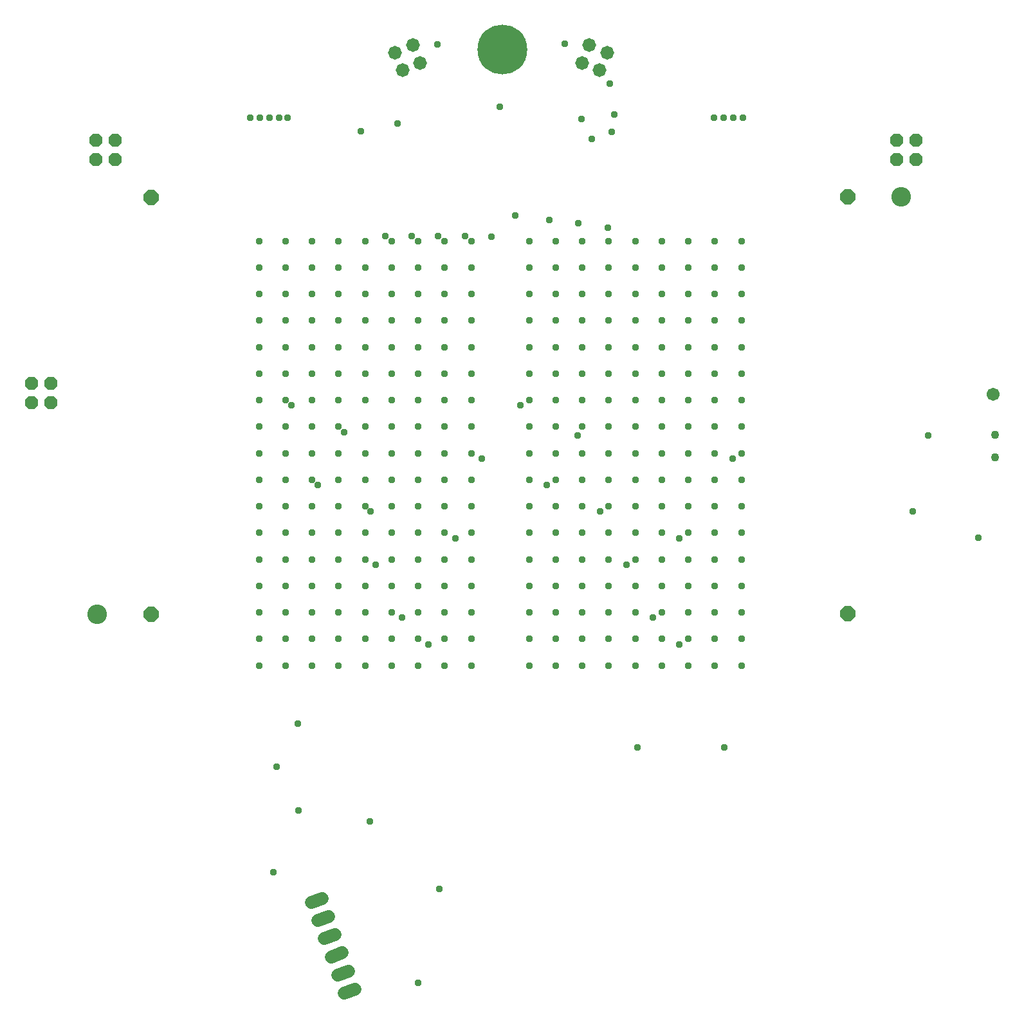
<source format=gbs>
G04 EAGLE Gerber X2 export*
G75*
%MOMM*%
%FSLAX34Y34*%
%LPD*%
%AMOC8*
5,1,8,0,0,1.08239X$1,22.5*%
G01*
%ADD10C,6.553200*%
%ADD11P,2.152008X8X292.500000*%
%ADD12C,2.583200*%
%ADD13P,2.152008X8X112.500000*%
%ADD14C,1.103200*%
%ADD15C,1.727200*%
%ADD16P,1.852186X8X22.500000*%
%ADD17P,1.852186X8X44.500000*%
%ADD18P,1.852186X8X360.500000*%
%ADD19C,0.959600*%
%ADD20C,1.703200*%


D10*
X750495Y1470167D03*
D11*
X1204480Y727860D03*
X1204480Y1276460D03*
D12*
X1275380Y1276460D03*
D13*
X287580Y1275260D03*
X287580Y726660D03*
D12*
X216680Y726660D03*
D14*
X1398730Y932860D03*
X1398730Y962860D03*
D15*
X512892Y352637D02*
X498571Y347424D01*
X507259Y323556D02*
X521579Y328768D01*
X530267Y304900D02*
X515946Y299688D01*
X524633Y275820D02*
X538954Y281032D01*
X547641Y257164D02*
X533321Y251952D01*
X542008Y228083D02*
X556329Y233296D01*
D16*
X240430Y1350810D03*
X215030Y1350810D03*
X215030Y1325410D03*
X240430Y1325410D03*
D17*
X632580Y1475638D03*
X609030Y1466123D03*
X618545Y1442572D03*
X642095Y1452088D03*
D18*
X887830Y1466123D03*
X864280Y1475638D03*
X854765Y1452088D03*
X878315Y1442572D03*
D16*
X1294530Y1350810D03*
X1269130Y1350810D03*
X1269130Y1325410D03*
X1294530Y1325410D03*
X155640Y1030580D03*
X130240Y1030580D03*
X130240Y1005180D03*
X155640Y1005180D03*
D19*
X472205Y1001560D03*
X773830Y1001560D03*
X1029100Y1380020D03*
X767480Y1251750D03*
X507130Y896785D03*
X808755Y896785D03*
X1041800Y1380020D03*
X811930Y1245682D03*
X542055Y966635D03*
X849395Y962190D03*
X1054500Y1380020D03*
X850030Y1241872D03*
X576980Y861860D03*
X878605Y861860D03*
X1067200Y1380020D03*
X889400Y1235804D03*
X583330Y792010D03*
X913530Y792010D03*
X418230Y1380020D03*
X595955Y1224636D03*
X948455Y722160D03*
X618255Y722160D03*
X430930Y1380020D03*
X630880Y1224636D03*
X653180Y687235D03*
X983380Y687235D03*
X443630Y1380020D03*
X665805Y1224636D03*
X983380Y826935D03*
X688105Y826935D03*
X456330Y1380020D03*
X700730Y1224636D03*
X1053230Y931710D03*
X723030Y931710D03*
X467760Y1380020D03*
X735655Y1223810D03*
X429780Y1218060D03*
X709180Y1218060D03*
X674255Y1218060D03*
X639330Y1218060D03*
X604405Y1218060D03*
X569480Y1218060D03*
X534555Y1218060D03*
X499630Y1218060D03*
X464705Y1218060D03*
X429780Y1183135D03*
X709180Y1183135D03*
X674255Y1183135D03*
X639330Y1183135D03*
X604405Y1183135D03*
X569480Y1183135D03*
X534555Y1183135D03*
X499630Y1183135D03*
X464705Y1183135D03*
X429780Y1148210D03*
X709180Y1148210D03*
X674255Y1148210D03*
X639330Y1148210D03*
X604405Y1148210D03*
X569480Y1148210D03*
X534555Y1148210D03*
X499630Y1148210D03*
X464705Y1148210D03*
X429780Y1113285D03*
X709180Y1113285D03*
X674255Y1113285D03*
X639330Y1113285D03*
X604405Y1113285D03*
X569480Y1113285D03*
X534555Y1113285D03*
X499630Y1113285D03*
X464705Y1113285D03*
X429780Y1078360D03*
X709180Y1078360D03*
X674255Y1078360D03*
X639330Y1078360D03*
X604405Y1078360D03*
X569480Y1078360D03*
X534555Y1078360D03*
X499630Y1078360D03*
X464705Y1078360D03*
X429780Y1043435D03*
X709180Y1043435D03*
X674255Y1043435D03*
X639330Y1043435D03*
X604405Y1043435D03*
X569480Y1043435D03*
X534555Y1043435D03*
X499630Y1043435D03*
X464705Y1043435D03*
X429780Y1008510D03*
X674255Y1008510D03*
X639330Y1008510D03*
X604405Y1008510D03*
X569480Y1008510D03*
X534555Y1008510D03*
X499630Y1008510D03*
X464705Y1008510D03*
X709180Y1008510D03*
X429780Y973585D03*
X709180Y973585D03*
X674255Y973585D03*
X639330Y973585D03*
X604405Y973585D03*
X569480Y973585D03*
X534555Y973585D03*
X499630Y973585D03*
X464705Y973585D03*
X429780Y938660D03*
X709180Y938660D03*
X674255Y938660D03*
X639330Y938660D03*
X604405Y938660D03*
X569480Y938660D03*
X534555Y938660D03*
X499630Y938660D03*
X464705Y938660D03*
X429780Y903735D03*
X709180Y903735D03*
X674255Y903735D03*
X639330Y903735D03*
X604405Y903735D03*
X569480Y903735D03*
X534555Y903735D03*
X499630Y903735D03*
X464705Y903735D03*
X429780Y868810D03*
X709180Y868810D03*
X674255Y868810D03*
X639330Y868810D03*
X604405Y868810D03*
X569480Y868810D03*
X534555Y868810D03*
X499630Y868810D03*
X464705Y868810D03*
X429780Y833885D03*
X709180Y833885D03*
X674255Y833885D03*
X639330Y833885D03*
X604405Y833885D03*
X569480Y833885D03*
X534555Y833885D03*
X499630Y833885D03*
X464705Y833885D03*
X429780Y798960D03*
X709180Y798960D03*
X674255Y798960D03*
X639330Y798960D03*
X604405Y798960D03*
X569480Y798960D03*
X534555Y798960D03*
X499630Y798960D03*
X464705Y798960D03*
X429780Y764035D03*
X709180Y764035D03*
X674255Y764035D03*
X639330Y764035D03*
X604405Y764035D03*
X569480Y764035D03*
X534555Y764035D03*
X499630Y764035D03*
X464705Y764035D03*
X429780Y729110D03*
X709180Y729110D03*
X674255Y729110D03*
X639330Y729110D03*
X604405Y729110D03*
X569480Y729110D03*
X534555Y729110D03*
X499630Y729110D03*
X464705Y729110D03*
X429780Y694185D03*
X709180Y694185D03*
X674255Y694185D03*
X639330Y694185D03*
X604405Y694185D03*
X569480Y694185D03*
X534555Y694185D03*
X499630Y694185D03*
X464705Y694185D03*
X429780Y659260D03*
X709180Y659260D03*
X674255Y659260D03*
X639330Y659260D03*
X604405Y659260D03*
X569480Y659260D03*
X534555Y659260D03*
X499630Y659260D03*
X464705Y659260D03*
X785380Y1218060D03*
X1064780Y1218060D03*
X1029855Y1218060D03*
X994930Y1218060D03*
X820305Y1218060D03*
X855230Y1218060D03*
X890155Y1218060D03*
X925080Y1218060D03*
X960005Y1218060D03*
X785380Y1183135D03*
X1064780Y1183135D03*
X1029855Y1183135D03*
X994930Y1183135D03*
X960005Y1183135D03*
X925080Y1183135D03*
X890155Y1183135D03*
X855230Y1183135D03*
X820305Y1183135D03*
X785380Y1148210D03*
X1064780Y1148210D03*
X1029855Y1148210D03*
X994930Y1148210D03*
X960005Y1148210D03*
X925080Y1148210D03*
X890155Y1148210D03*
X855230Y1148210D03*
X820305Y1148210D03*
X785380Y1113285D03*
X1064780Y1113285D03*
X1029855Y1113285D03*
X994930Y1113285D03*
X960005Y1113285D03*
X925080Y1113285D03*
X890155Y1113285D03*
X855230Y1113285D03*
X820305Y1113285D03*
X785380Y1078360D03*
X1064780Y1078360D03*
X1029855Y1078360D03*
X994930Y1078360D03*
X960005Y1078360D03*
X925080Y1078360D03*
X890155Y1078360D03*
X855230Y1078360D03*
X820305Y1078360D03*
X785380Y1043435D03*
X1064780Y1043435D03*
X1029855Y1043435D03*
X994930Y1043435D03*
X960005Y1043435D03*
X925080Y1043435D03*
X890155Y1043435D03*
X855230Y1043435D03*
X820305Y1043435D03*
X785380Y1008510D03*
X1064780Y1008510D03*
X1029855Y1008510D03*
X994930Y1008510D03*
X960005Y1008510D03*
X925080Y1008510D03*
X890155Y1008510D03*
X855230Y1008510D03*
X820305Y1008510D03*
X785380Y973585D03*
X1064780Y973585D03*
X1029855Y973585D03*
X994930Y973585D03*
X960005Y973585D03*
X925080Y973585D03*
X890155Y973585D03*
X855230Y973585D03*
X820305Y973585D03*
X785380Y938660D03*
X1064780Y938660D03*
X1029855Y938660D03*
X994930Y938660D03*
X960005Y938660D03*
X925080Y938660D03*
X890155Y938660D03*
X855230Y938660D03*
X820305Y938660D03*
X785380Y903735D03*
X1064780Y903735D03*
X1029855Y903735D03*
X994930Y903735D03*
X960005Y903735D03*
X925080Y903735D03*
X890155Y903735D03*
X855230Y903735D03*
X820305Y903735D03*
X785380Y868810D03*
X1064780Y868810D03*
X1029855Y868810D03*
X994930Y868810D03*
X960005Y868810D03*
X925080Y868810D03*
X890155Y868810D03*
X855230Y868810D03*
X820305Y868810D03*
X785380Y833885D03*
X1064780Y833885D03*
X1029855Y833885D03*
X994930Y833885D03*
X960005Y833885D03*
X925080Y833885D03*
X890155Y833885D03*
X855230Y833885D03*
X820305Y833885D03*
X785380Y798960D03*
X1064780Y798960D03*
X1029855Y798960D03*
X994930Y798960D03*
X960005Y798960D03*
X925080Y798960D03*
X890155Y798960D03*
X855230Y798960D03*
X820305Y798960D03*
X785380Y764035D03*
X1064780Y764035D03*
X820305Y764035D03*
X855230Y764035D03*
X890155Y764035D03*
X925080Y764035D03*
X960005Y764035D03*
X994930Y764035D03*
X1029855Y764035D03*
X785380Y729110D03*
X1064780Y729110D03*
X1029855Y729110D03*
X994930Y729110D03*
X960005Y729110D03*
X925080Y729110D03*
X890155Y729110D03*
X855230Y729110D03*
X820305Y729110D03*
X785380Y694185D03*
X1064780Y694185D03*
X820305Y694185D03*
X855230Y694185D03*
X890155Y694185D03*
X925080Y694185D03*
X960005Y694185D03*
X994930Y694185D03*
X1029855Y694185D03*
X785380Y659260D03*
X1064780Y659260D03*
X1029855Y659260D03*
X820305Y659260D03*
X855230Y659260D03*
X890155Y659260D03*
X925080Y659260D03*
X960005Y659260D03*
X994930Y659260D03*
X1377080Y827570D03*
X1311040Y962190D03*
X1290720Y861860D03*
X897655Y1384783D03*
X564280Y1362240D03*
X667450Y365100D03*
X1042100Y551010D03*
X927800Y551010D03*
X481285Y583015D03*
X453374Y525674D03*
X481476Y468524D03*
X575375Y454000D03*
X747160Y1395034D03*
X612540Y1372400D03*
X664610Y1476540D03*
X832250Y1477810D03*
X894463Y1362050D03*
X891288Y1425550D03*
X867687Y1352525D03*
X854140Y1378560D03*
X448375Y387325D03*
X638875Y241275D03*
D20*
X1396000Y1016000D03*
M02*

</source>
